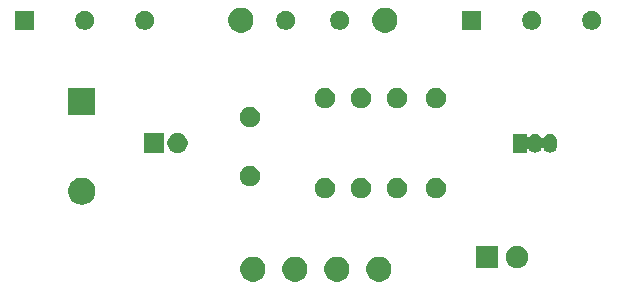
<source format=gbr>
G04 #@! TF.GenerationSoftware,KiCad,Pcbnew,(5.1.5-0-10_14)*
G04 #@! TF.CreationDate,2020-05-24T15:36:03-06:00*
G04 #@! TF.ProjectId,Testing,54657374-696e-4672-9e6b-696361645f70,rev?*
G04 #@! TF.SameCoordinates,Original*
G04 #@! TF.FileFunction,Soldermask,Bot*
G04 #@! TF.FilePolarity,Negative*
%FSLAX46Y46*%
G04 Gerber Fmt 4.6, Leading zero omitted, Abs format (unit mm)*
G04 Created by KiCad (PCBNEW (5.1.5-0-10_14)) date 2020-05-24 15:36:03*
%MOMM*%
%LPD*%
G04 APERTURE LIST*
%ADD10C,0.100000*%
G04 APERTURE END LIST*
D10*
G36*
X183440564Y-116845389D02*
G01*
X183631833Y-116924615D01*
X183631835Y-116924616D01*
X183803973Y-117039635D01*
X183950365Y-117186027D01*
X184020150Y-117290467D01*
X184065385Y-117358167D01*
X184144611Y-117549436D01*
X184185000Y-117752484D01*
X184185000Y-117959516D01*
X184144611Y-118162564D01*
X184065385Y-118353833D01*
X184065384Y-118353835D01*
X183950365Y-118525973D01*
X183803973Y-118672365D01*
X183631835Y-118787384D01*
X183631834Y-118787385D01*
X183631833Y-118787385D01*
X183440564Y-118866611D01*
X183237516Y-118907000D01*
X183030484Y-118907000D01*
X182827436Y-118866611D01*
X182636167Y-118787385D01*
X182636166Y-118787385D01*
X182636165Y-118787384D01*
X182464027Y-118672365D01*
X182317635Y-118525973D01*
X182202616Y-118353835D01*
X182202615Y-118353833D01*
X182123389Y-118162564D01*
X182083000Y-117959516D01*
X182083000Y-117752484D01*
X182123389Y-117549436D01*
X182202615Y-117358167D01*
X182247851Y-117290467D01*
X182317635Y-117186027D01*
X182464027Y-117039635D01*
X182636165Y-116924616D01*
X182636167Y-116924615D01*
X182827436Y-116845389D01*
X183030484Y-116805000D01*
X183237516Y-116805000D01*
X183440564Y-116845389D01*
G37*
G36*
X179884564Y-116845389D02*
G01*
X180075833Y-116924615D01*
X180075835Y-116924616D01*
X180247973Y-117039635D01*
X180394365Y-117186027D01*
X180464150Y-117290467D01*
X180509385Y-117358167D01*
X180588611Y-117549436D01*
X180629000Y-117752484D01*
X180629000Y-117959516D01*
X180588611Y-118162564D01*
X180509385Y-118353833D01*
X180509384Y-118353835D01*
X180394365Y-118525973D01*
X180247973Y-118672365D01*
X180075835Y-118787384D01*
X180075834Y-118787385D01*
X180075833Y-118787385D01*
X179884564Y-118866611D01*
X179681516Y-118907000D01*
X179474484Y-118907000D01*
X179271436Y-118866611D01*
X179080167Y-118787385D01*
X179080166Y-118787385D01*
X179080165Y-118787384D01*
X178908027Y-118672365D01*
X178761635Y-118525973D01*
X178646616Y-118353835D01*
X178646615Y-118353833D01*
X178567389Y-118162564D01*
X178527000Y-117959516D01*
X178527000Y-117752484D01*
X178567389Y-117549436D01*
X178646615Y-117358167D01*
X178691851Y-117290467D01*
X178761635Y-117186027D01*
X178908027Y-117039635D01*
X179080165Y-116924616D01*
X179080167Y-116924615D01*
X179271436Y-116845389D01*
X179474484Y-116805000D01*
X179681516Y-116805000D01*
X179884564Y-116845389D01*
G37*
G36*
X176328564Y-116845389D02*
G01*
X176519833Y-116924615D01*
X176519835Y-116924616D01*
X176691973Y-117039635D01*
X176838365Y-117186027D01*
X176908150Y-117290467D01*
X176953385Y-117358167D01*
X177032611Y-117549436D01*
X177073000Y-117752484D01*
X177073000Y-117959516D01*
X177032611Y-118162564D01*
X176953385Y-118353833D01*
X176953384Y-118353835D01*
X176838365Y-118525973D01*
X176691973Y-118672365D01*
X176519835Y-118787384D01*
X176519834Y-118787385D01*
X176519833Y-118787385D01*
X176328564Y-118866611D01*
X176125516Y-118907000D01*
X175918484Y-118907000D01*
X175715436Y-118866611D01*
X175524167Y-118787385D01*
X175524166Y-118787385D01*
X175524165Y-118787384D01*
X175352027Y-118672365D01*
X175205635Y-118525973D01*
X175090616Y-118353835D01*
X175090615Y-118353833D01*
X175011389Y-118162564D01*
X174971000Y-117959516D01*
X174971000Y-117752484D01*
X175011389Y-117549436D01*
X175090615Y-117358167D01*
X175135851Y-117290467D01*
X175205635Y-117186027D01*
X175352027Y-117039635D01*
X175524165Y-116924616D01*
X175524167Y-116924615D01*
X175715436Y-116845389D01*
X175918484Y-116805000D01*
X176125516Y-116805000D01*
X176328564Y-116845389D01*
G37*
G36*
X172772564Y-116845389D02*
G01*
X172963833Y-116924615D01*
X172963835Y-116924616D01*
X173135973Y-117039635D01*
X173282365Y-117186027D01*
X173352150Y-117290467D01*
X173397385Y-117358167D01*
X173476611Y-117549436D01*
X173517000Y-117752484D01*
X173517000Y-117959516D01*
X173476611Y-118162564D01*
X173397385Y-118353833D01*
X173397384Y-118353835D01*
X173282365Y-118525973D01*
X173135973Y-118672365D01*
X172963835Y-118787384D01*
X172963834Y-118787385D01*
X172963833Y-118787385D01*
X172772564Y-118866611D01*
X172569516Y-118907000D01*
X172362484Y-118907000D01*
X172159436Y-118866611D01*
X171968167Y-118787385D01*
X171968166Y-118787385D01*
X171968165Y-118787384D01*
X171796027Y-118672365D01*
X171649635Y-118525973D01*
X171534616Y-118353835D01*
X171534615Y-118353833D01*
X171455389Y-118162564D01*
X171415000Y-117959516D01*
X171415000Y-117752484D01*
X171455389Y-117549436D01*
X171534615Y-117358167D01*
X171579851Y-117290467D01*
X171649635Y-117186027D01*
X171796027Y-117039635D01*
X171968165Y-116924616D01*
X171968167Y-116924615D01*
X172159436Y-116845389D01*
X172362484Y-116805000D01*
X172569516Y-116805000D01*
X172772564Y-116845389D01*
G37*
G36*
X195095395Y-115925546D02*
G01*
X195268466Y-115997234D01*
X195268467Y-115997235D01*
X195424227Y-116101310D01*
X195556690Y-116233773D01*
X195556691Y-116233775D01*
X195660766Y-116389534D01*
X195732454Y-116562605D01*
X195769000Y-116746333D01*
X195769000Y-116933667D01*
X195732454Y-117117395D01*
X195660766Y-117290466D01*
X195660765Y-117290467D01*
X195556690Y-117446227D01*
X195424227Y-117578690D01*
X195345818Y-117631081D01*
X195268466Y-117682766D01*
X195095395Y-117754454D01*
X194911667Y-117791000D01*
X194724333Y-117791000D01*
X194540605Y-117754454D01*
X194367534Y-117682766D01*
X194290182Y-117631081D01*
X194211773Y-117578690D01*
X194079310Y-117446227D01*
X193975235Y-117290467D01*
X193975234Y-117290466D01*
X193903546Y-117117395D01*
X193867000Y-116933667D01*
X193867000Y-116746333D01*
X193903546Y-116562605D01*
X193975234Y-116389534D01*
X194079309Y-116233775D01*
X194079310Y-116233773D01*
X194211773Y-116101310D01*
X194367533Y-115997235D01*
X194367534Y-115997234D01*
X194540605Y-115925546D01*
X194724333Y-115889000D01*
X194911667Y-115889000D01*
X195095395Y-115925546D01*
G37*
G36*
X193229000Y-117791000D02*
G01*
X191327000Y-117791000D01*
X191327000Y-115889000D01*
X193229000Y-115889000D01*
X193229000Y-117791000D01*
G37*
G36*
X158212549Y-110123116D02*
G01*
X158323734Y-110145232D01*
X158406954Y-110179703D01*
X158528933Y-110230228D01*
X158533203Y-110231997D01*
X158721720Y-110357960D01*
X158882040Y-110518280D01*
X159008003Y-110706797D01*
X159094768Y-110916266D01*
X159139000Y-111138636D01*
X159139000Y-111365364D01*
X159094768Y-111587734D01*
X159008003Y-111797203D01*
X158882040Y-111985720D01*
X158721720Y-112146040D01*
X158533203Y-112272003D01*
X158323734Y-112358768D01*
X158212549Y-112380884D01*
X158101365Y-112403000D01*
X157874635Y-112403000D01*
X157763451Y-112380884D01*
X157652266Y-112358768D01*
X157442797Y-112272003D01*
X157254280Y-112146040D01*
X157093960Y-111985720D01*
X156967997Y-111797203D01*
X156881232Y-111587734D01*
X156837000Y-111365364D01*
X156837000Y-111138636D01*
X156881232Y-110916266D01*
X156967997Y-110706797D01*
X157093960Y-110518280D01*
X157254280Y-110357960D01*
X157442797Y-110231997D01*
X157447068Y-110230228D01*
X157569046Y-110179703D01*
X157652266Y-110145232D01*
X157763451Y-110123116D01*
X157874635Y-110101000D01*
X158101365Y-110101000D01*
X158212549Y-110123116D01*
G37*
G36*
X188208228Y-110179703D02*
G01*
X188363100Y-110243853D01*
X188502481Y-110336985D01*
X188621015Y-110455519D01*
X188714147Y-110594900D01*
X188778297Y-110749772D01*
X188811000Y-110914184D01*
X188811000Y-111081816D01*
X188778297Y-111246228D01*
X188714147Y-111401100D01*
X188621015Y-111540481D01*
X188502481Y-111659015D01*
X188363100Y-111752147D01*
X188208228Y-111816297D01*
X188043816Y-111849000D01*
X187876184Y-111849000D01*
X187711772Y-111816297D01*
X187556900Y-111752147D01*
X187417519Y-111659015D01*
X187298985Y-111540481D01*
X187205853Y-111401100D01*
X187141703Y-111246228D01*
X187109000Y-111081816D01*
X187109000Y-110914184D01*
X187141703Y-110749772D01*
X187205853Y-110594900D01*
X187298985Y-110455519D01*
X187417519Y-110336985D01*
X187556900Y-110243853D01*
X187711772Y-110179703D01*
X187876184Y-110147000D01*
X188043816Y-110147000D01*
X188208228Y-110179703D01*
G37*
G36*
X184906228Y-110179703D02*
G01*
X185061100Y-110243853D01*
X185200481Y-110336985D01*
X185319015Y-110455519D01*
X185412147Y-110594900D01*
X185476297Y-110749772D01*
X185509000Y-110914184D01*
X185509000Y-111081816D01*
X185476297Y-111246228D01*
X185412147Y-111401100D01*
X185319015Y-111540481D01*
X185200481Y-111659015D01*
X185061100Y-111752147D01*
X184906228Y-111816297D01*
X184741816Y-111849000D01*
X184574184Y-111849000D01*
X184409772Y-111816297D01*
X184254900Y-111752147D01*
X184115519Y-111659015D01*
X183996985Y-111540481D01*
X183903853Y-111401100D01*
X183839703Y-111246228D01*
X183807000Y-111081816D01*
X183807000Y-110914184D01*
X183839703Y-110749772D01*
X183903853Y-110594900D01*
X183996985Y-110455519D01*
X184115519Y-110336985D01*
X184254900Y-110243853D01*
X184409772Y-110179703D01*
X184574184Y-110147000D01*
X184741816Y-110147000D01*
X184906228Y-110179703D01*
G37*
G36*
X178810228Y-110179703D02*
G01*
X178965100Y-110243853D01*
X179104481Y-110336985D01*
X179223015Y-110455519D01*
X179316147Y-110594900D01*
X179380297Y-110749772D01*
X179413000Y-110914184D01*
X179413000Y-111081816D01*
X179380297Y-111246228D01*
X179316147Y-111401100D01*
X179223015Y-111540481D01*
X179104481Y-111659015D01*
X178965100Y-111752147D01*
X178810228Y-111816297D01*
X178645816Y-111849000D01*
X178478184Y-111849000D01*
X178313772Y-111816297D01*
X178158900Y-111752147D01*
X178019519Y-111659015D01*
X177900985Y-111540481D01*
X177807853Y-111401100D01*
X177743703Y-111246228D01*
X177711000Y-111081816D01*
X177711000Y-110914184D01*
X177743703Y-110749772D01*
X177807853Y-110594900D01*
X177900985Y-110455519D01*
X178019519Y-110336985D01*
X178158900Y-110243853D01*
X178313772Y-110179703D01*
X178478184Y-110147000D01*
X178645816Y-110147000D01*
X178810228Y-110179703D01*
G37*
G36*
X181858228Y-110179703D02*
G01*
X182013100Y-110243853D01*
X182152481Y-110336985D01*
X182271015Y-110455519D01*
X182364147Y-110594900D01*
X182428297Y-110749772D01*
X182461000Y-110914184D01*
X182461000Y-111081816D01*
X182428297Y-111246228D01*
X182364147Y-111401100D01*
X182271015Y-111540481D01*
X182152481Y-111659015D01*
X182013100Y-111752147D01*
X181858228Y-111816297D01*
X181693816Y-111849000D01*
X181526184Y-111849000D01*
X181361772Y-111816297D01*
X181206900Y-111752147D01*
X181067519Y-111659015D01*
X180948985Y-111540481D01*
X180855853Y-111401100D01*
X180791703Y-111246228D01*
X180759000Y-111081816D01*
X180759000Y-110914184D01*
X180791703Y-110749772D01*
X180855853Y-110594900D01*
X180948985Y-110455519D01*
X181067519Y-110336985D01*
X181206900Y-110243853D01*
X181361772Y-110179703D01*
X181526184Y-110147000D01*
X181693816Y-110147000D01*
X181858228Y-110179703D01*
G37*
G36*
X172460228Y-109163703D02*
G01*
X172615100Y-109227853D01*
X172754481Y-109320985D01*
X172873015Y-109439519D01*
X172966147Y-109578900D01*
X173030297Y-109733772D01*
X173063000Y-109898184D01*
X173063000Y-110065816D01*
X173030297Y-110230228D01*
X172966147Y-110385100D01*
X172873015Y-110524481D01*
X172754481Y-110643015D01*
X172615100Y-110736147D01*
X172460228Y-110800297D01*
X172295816Y-110833000D01*
X172128184Y-110833000D01*
X171963772Y-110800297D01*
X171808900Y-110736147D01*
X171669519Y-110643015D01*
X171550985Y-110524481D01*
X171457853Y-110385100D01*
X171393703Y-110230228D01*
X171361000Y-110065816D01*
X171361000Y-109898184D01*
X171393703Y-109733772D01*
X171457853Y-109578900D01*
X171550985Y-109439519D01*
X171669519Y-109320985D01*
X171808900Y-109227853D01*
X171963772Y-109163703D01*
X172128184Y-109131000D01*
X172295816Y-109131000D01*
X172460228Y-109163703D01*
G37*
G36*
X164935000Y-108039000D02*
G01*
X163233000Y-108039000D01*
X163233000Y-106337000D01*
X164935000Y-106337000D01*
X164935000Y-108039000D01*
G37*
G36*
X166332228Y-106369703D02*
G01*
X166487100Y-106433853D01*
X166626481Y-106526985D01*
X166745015Y-106645519D01*
X166838147Y-106784900D01*
X166902297Y-106939772D01*
X166935000Y-107104184D01*
X166935000Y-107271816D01*
X166902297Y-107436228D01*
X166838147Y-107591100D01*
X166745015Y-107730481D01*
X166626481Y-107849015D01*
X166487100Y-107942147D01*
X166332228Y-108006297D01*
X166167816Y-108039000D01*
X166000184Y-108039000D01*
X165835772Y-108006297D01*
X165680900Y-107942147D01*
X165541519Y-107849015D01*
X165422985Y-107730481D01*
X165329853Y-107591100D01*
X165265703Y-107436228D01*
X165233000Y-107271816D01*
X165233000Y-107104184D01*
X165265703Y-106939772D01*
X165329853Y-106784900D01*
X165422985Y-106645519D01*
X165541519Y-106526985D01*
X165680900Y-106433853D01*
X165835772Y-106369703D01*
X166000184Y-106337000D01*
X166167816Y-106337000D01*
X166332228Y-106369703D01*
G37*
G36*
X197724915Y-106395334D02*
G01*
X197833491Y-106428271D01*
X197833494Y-106428272D01*
X197869600Y-106447571D01*
X197933556Y-106481756D01*
X198021264Y-106553736D01*
X198093244Y-106641443D01*
X198127429Y-106705399D01*
X198146728Y-106741505D01*
X198146729Y-106741508D01*
X198179666Y-106850084D01*
X198188000Y-106934702D01*
X198188000Y-107441297D01*
X198179666Y-107525916D01*
X198147252Y-107632767D01*
X198146728Y-107634495D01*
X198136761Y-107653141D01*
X198093244Y-107734557D01*
X198021264Y-107822264D01*
X197933557Y-107894244D01*
X197869601Y-107928429D01*
X197833495Y-107947728D01*
X197833492Y-107947729D01*
X197724916Y-107980666D01*
X197612000Y-107991787D01*
X197499085Y-107980666D01*
X197390509Y-107947729D01*
X197390506Y-107947728D01*
X197354400Y-107928429D01*
X197290444Y-107894244D01*
X197202737Y-107822264D01*
X197130757Y-107734557D01*
X197087239Y-107653141D01*
X197073625Y-107632766D01*
X197056298Y-107615439D01*
X197035924Y-107601826D01*
X197013285Y-107592448D01*
X196989252Y-107587668D01*
X196964748Y-107587668D01*
X196940715Y-107592448D01*
X196918076Y-107601826D01*
X196897701Y-107615440D01*
X196880374Y-107632767D01*
X196866761Y-107653141D01*
X196823244Y-107734557D01*
X196751264Y-107822264D01*
X196663557Y-107894244D01*
X196599601Y-107928429D01*
X196563495Y-107947728D01*
X196563492Y-107947729D01*
X196454916Y-107980666D01*
X196342000Y-107991787D01*
X196229085Y-107980666D01*
X196120509Y-107947729D01*
X196120506Y-107947728D01*
X196084400Y-107928429D01*
X196020444Y-107894244D01*
X195932737Y-107822264D01*
X195869622Y-107745359D01*
X195852297Y-107728034D01*
X195831923Y-107714420D01*
X195809284Y-107705043D01*
X195785250Y-107700263D01*
X195760746Y-107700263D01*
X195736713Y-107705044D01*
X195714074Y-107714421D01*
X195693700Y-107728035D01*
X195676373Y-107745362D01*
X195662759Y-107765736D01*
X195653382Y-107788375D01*
X195648000Y-107824660D01*
X195648000Y-107989000D01*
X194496000Y-107989000D01*
X194496000Y-106387000D01*
X195648000Y-106387000D01*
X195648000Y-106551341D01*
X195650402Y-106575727D01*
X195657515Y-106599176D01*
X195669066Y-106620787D01*
X195684611Y-106639729D01*
X195703553Y-106655274D01*
X195725164Y-106666825D01*
X195748613Y-106673938D01*
X195772999Y-106676340D01*
X195797385Y-106673938D01*
X195820834Y-106666825D01*
X195842445Y-106655274D01*
X195861387Y-106639729D01*
X195869608Y-106630657D01*
X195932736Y-106553736D01*
X196020443Y-106481756D01*
X196084399Y-106447571D01*
X196120505Y-106428272D01*
X196120508Y-106428271D01*
X196229084Y-106395334D01*
X196342000Y-106384213D01*
X196454915Y-106395334D01*
X196563491Y-106428271D01*
X196563494Y-106428272D01*
X196599600Y-106447571D01*
X196663556Y-106481756D01*
X196751264Y-106553736D01*
X196823244Y-106641443D01*
X196866761Y-106722859D01*
X196880375Y-106743234D01*
X196897702Y-106760561D01*
X196918076Y-106774174D01*
X196940715Y-106783552D01*
X196964748Y-106788332D01*
X196989252Y-106788332D01*
X197013285Y-106783552D01*
X197035924Y-106774174D01*
X197056299Y-106760560D01*
X197073626Y-106743233D01*
X197087239Y-106722860D01*
X197130756Y-106641444D01*
X197202736Y-106553736D01*
X197290443Y-106481756D01*
X197354399Y-106447571D01*
X197390505Y-106428272D01*
X197390508Y-106428271D01*
X197499084Y-106395334D01*
X197612000Y-106384213D01*
X197724915Y-106395334D01*
G37*
G36*
X172460228Y-104163703D02*
G01*
X172615100Y-104227853D01*
X172754481Y-104320985D01*
X172873015Y-104439519D01*
X172966147Y-104578900D01*
X173030297Y-104733772D01*
X173063000Y-104898184D01*
X173063000Y-105065816D01*
X173030297Y-105230228D01*
X172966147Y-105385100D01*
X172873015Y-105524481D01*
X172754481Y-105643015D01*
X172615100Y-105736147D01*
X172460228Y-105800297D01*
X172295816Y-105833000D01*
X172128184Y-105833000D01*
X171963772Y-105800297D01*
X171808900Y-105736147D01*
X171669519Y-105643015D01*
X171550985Y-105524481D01*
X171457853Y-105385100D01*
X171393703Y-105230228D01*
X171361000Y-105065816D01*
X171361000Y-104898184D01*
X171393703Y-104733772D01*
X171457853Y-104578900D01*
X171550985Y-104439519D01*
X171669519Y-104320985D01*
X171808900Y-104227853D01*
X171963772Y-104163703D01*
X172128184Y-104131000D01*
X172295816Y-104131000D01*
X172460228Y-104163703D01*
G37*
G36*
X159139000Y-104783000D02*
G01*
X156837000Y-104783000D01*
X156837000Y-102481000D01*
X159139000Y-102481000D01*
X159139000Y-104783000D01*
G37*
G36*
X184906228Y-102559703D02*
G01*
X185061100Y-102623853D01*
X185200481Y-102716985D01*
X185319015Y-102835519D01*
X185412147Y-102974900D01*
X185476297Y-103129772D01*
X185509000Y-103294184D01*
X185509000Y-103461816D01*
X185476297Y-103626228D01*
X185412147Y-103781100D01*
X185319015Y-103920481D01*
X185200481Y-104039015D01*
X185061100Y-104132147D01*
X184906228Y-104196297D01*
X184741816Y-104229000D01*
X184574184Y-104229000D01*
X184409772Y-104196297D01*
X184254900Y-104132147D01*
X184115519Y-104039015D01*
X183996985Y-103920481D01*
X183903853Y-103781100D01*
X183839703Y-103626228D01*
X183807000Y-103461816D01*
X183807000Y-103294184D01*
X183839703Y-103129772D01*
X183903853Y-102974900D01*
X183996985Y-102835519D01*
X184115519Y-102716985D01*
X184254900Y-102623853D01*
X184409772Y-102559703D01*
X184574184Y-102527000D01*
X184741816Y-102527000D01*
X184906228Y-102559703D01*
G37*
G36*
X188208228Y-102559703D02*
G01*
X188363100Y-102623853D01*
X188502481Y-102716985D01*
X188621015Y-102835519D01*
X188714147Y-102974900D01*
X188778297Y-103129772D01*
X188811000Y-103294184D01*
X188811000Y-103461816D01*
X188778297Y-103626228D01*
X188714147Y-103781100D01*
X188621015Y-103920481D01*
X188502481Y-104039015D01*
X188363100Y-104132147D01*
X188208228Y-104196297D01*
X188043816Y-104229000D01*
X187876184Y-104229000D01*
X187711772Y-104196297D01*
X187556900Y-104132147D01*
X187417519Y-104039015D01*
X187298985Y-103920481D01*
X187205853Y-103781100D01*
X187141703Y-103626228D01*
X187109000Y-103461816D01*
X187109000Y-103294184D01*
X187141703Y-103129772D01*
X187205853Y-102974900D01*
X187298985Y-102835519D01*
X187417519Y-102716985D01*
X187556900Y-102623853D01*
X187711772Y-102559703D01*
X187876184Y-102527000D01*
X188043816Y-102527000D01*
X188208228Y-102559703D01*
G37*
G36*
X181858228Y-102559703D02*
G01*
X182013100Y-102623853D01*
X182152481Y-102716985D01*
X182271015Y-102835519D01*
X182364147Y-102974900D01*
X182428297Y-103129772D01*
X182461000Y-103294184D01*
X182461000Y-103461816D01*
X182428297Y-103626228D01*
X182364147Y-103781100D01*
X182271015Y-103920481D01*
X182152481Y-104039015D01*
X182013100Y-104132147D01*
X181858228Y-104196297D01*
X181693816Y-104229000D01*
X181526184Y-104229000D01*
X181361772Y-104196297D01*
X181206900Y-104132147D01*
X181067519Y-104039015D01*
X180948985Y-103920481D01*
X180855853Y-103781100D01*
X180791703Y-103626228D01*
X180759000Y-103461816D01*
X180759000Y-103294184D01*
X180791703Y-103129772D01*
X180855853Y-102974900D01*
X180948985Y-102835519D01*
X181067519Y-102716985D01*
X181206900Y-102623853D01*
X181361772Y-102559703D01*
X181526184Y-102527000D01*
X181693816Y-102527000D01*
X181858228Y-102559703D01*
G37*
G36*
X178810228Y-102559703D02*
G01*
X178965100Y-102623853D01*
X179104481Y-102716985D01*
X179223015Y-102835519D01*
X179316147Y-102974900D01*
X179380297Y-103129772D01*
X179413000Y-103294184D01*
X179413000Y-103461816D01*
X179380297Y-103626228D01*
X179316147Y-103781100D01*
X179223015Y-103920481D01*
X179104481Y-104039015D01*
X178965100Y-104132147D01*
X178810228Y-104196297D01*
X178645816Y-104229000D01*
X178478184Y-104229000D01*
X178313772Y-104196297D01*
X178158900Y-104132147D01*
X178019519Y-104039015D01*
X177900985Y-103920481D01*
X177807853Y-103781100D01*
X177743703Y-103626228D01*
X177711000Y-103461816D01*
X177711000Y-103294184D01*
X177743703Y-103129772D01*
X177807853Y-102974900D01*
X177900985Y-102835519D01*
X178019519Y-102716985D01*
X178158900Y-102623853D01*
X178313772Y-102559703D01*
X178478184Y-102527000D01*
X178645816Y-102527000D01*
X178810228Y-102559703D01*
G37*
G36*
X183948564Y-95763389D02*
G01*
X184139833Y-95842615D01*
X184139835Y-95842616D01*
X184311973Y-95957635D01*
X184458365Y-96104027D01*
X184559740Y-96255745D01*
X184573385Y-96276167D01*
X184652611Y-96467436D01*
X184693000Y-96670484D01*
X184693000Y-96877516D01*
X184652611Y-97080564D01*
X184620080Y-97159100D01*
X184573384Y-97271835D01*
X184458365Y-97443973D01*
X184311973Y-97590365D01*
X184139835Y-97705384D01*
X184139834Y-97705385D01*
X184139833Y-97705385D01*
X183948564Y-97784611D01*
X183745516Y-97825000D01*
X183538484Y-97825000D01*
X183335436Y-97784611D01*
X183144167Y-97705385D01*
X183144166Y-97705385D01*
X183144165Y-97705384D01*
X182972027Y-97590365D01*
X182825635Y-97443973D01*
X182710616Y-97271835D01*
X182663920Y-97159100D01*
X182631389Y-97080564D01*
X182591000Y-96877516D01*
X182591000Y-96670484D01*
X182631389Y-96467436D01*
X182710615Y-96276167D01*
X182724261Y-96255745D01*
X182825635Y-96104027D01*
X182972027Y-95957635D01*
X183144165Y-95842616D01*
X183144167Y-95842615D01*
X183335436Y-95763389D01*
X183538484Y-95723000D01*
X183745516Y-95723000D01*
X183948564Y-95763389D01*
G37*
G36*
X171756564Y-95763389D02*
G01*
X171947833Y-95842615D01*
X171947835Y-95842616D01*
X172119973Y-95957635D01*
X172266365Y-96104027D01*
X172367740Y-96255745D01*
X172381385Y-96276167D01*
X172460611Y-96467436D01*
X172501000Y-96670484D01*
X172501000Y-96877516D01*
X172460611Y-97080564D01*
X172428080Y-97159100D01*
X172381384Y-97271835D01*
X172266365Y-97443973D01*
X172119973Y-97590365D01*
X171947835Y-97705384D01*
X171947834Y-97705385D01*
X171947833Y-97705385D01*
X171756564Y-97784611D01*
X171553516Y-97825000D01*
X171346484Y-97825000D01*
X171143436Y-97784611D01*
X170952167Y-97705385D01*
X170952166Y-97705385D01*
X170952165Y-97705384D01*
X170780027Y-97590365D01*
X170633635Y-97443973D01*
X170518616Y-97271835D01*
X170471920Y-97159100D01*
X170439389Y-97080564D01*
X170399000Y-96877516D01*
X170399000Y-96670484D01*
X170439389Y-96467436D01*
X170518615Y-96276167D01*
X170532261Y-96255745D01*
X170633635Y-96104027D01*
X170780027Y-95957635D01*
X170952165Y-95842616D01*
X170952167Y-95842615D01*
X171143436Y-95763389D01*
X171346484Y-95723000D01*
X171553516Y-95723000D01*
X171756564Y-95763389D01*
G37*
G36*
X158479142Y-95992242D02*
G01*
X158627101Y-96053529D01*
X158760255Y-96142499D01*
X158873501Y-96255745D01*
X158962471Y-96388899D01*
X159023758Y-96536858D01*
X159055000Y-96693925D01*
X159055000Y-96854075D01*
X159023758Y-97011142D01*
X158962471Y-97159101D01*
X158873501Y-97292255D01*
X158760255Y-97405501D01*
X158627101Y-97494471D01*
X158479142Y-97555758D01*
X158322075Y-97587000D01*
X158161925Y-97587000D01*
X158004858Y-97555758D01*
X157856899Y-97494471D01*
X157723745Y-97405501D01*
X157610499Y-97292255D01*
X157521529Y-97159101D01*
X157460242Y-97011142D01*
X157429000Y-96854075D01*
X157429000Y-96693925D01*
X157460242Y-96536858D01*
X157521529Y-96388899D01*
X157610499Y-96255745D01*
X157723745Y-96142499D01*
X157856899Y-96053529D01*
X158004858Y-95992242D01*
X158161925Y-95961000D01*
X158322075Y-95961000D01*
X158479142Y-95992242D01*
G37*
G36*
X153975000Y-97587000D02*
G01*
X152349000Y-97587000D01*
X152349000Y-95961000D01*
X153975000Y-95961000D01*
X153975000Y-97587000D01*
G37*
G36*
X180069142Y-95992242D02*
G01*
X180217101Y-96053529D01*
X180350255Y-96142499D01*
X180463501Y-96255745D01*
X180552471Y-96388899D01*
X180613758Y-96536858D01*
X180645000Y-96693925D01*
X180645000Y-96854075D01*
X180613758Y-97011142D01*
X180552471Y-97159101D01*
X180463501Y-97292255D01*
X180350255Y-97405501D01*
X180217101Y-97494471D01*
X180069142Y-97555758D01*
X179912075Y-97587000D01*
X179751925Y-97587000D01*
X179594858Y-97555758D01*
X179446899Y-97494471D01*
X179313745Y-97405501D01*
X179200499Y-97292255D01*
X179111529Y-97159101D01*
X179050242Y-97011142D01*
X179019000Y-96854075D01*
X179019000Y-96693925D01*
X179050242Y-96536858D01*
X179111529Y-96388899D01*
X179200499Y-96255745D01*
X179313745Y-96142499D01*
X179446899Y-96053529D01*
X179594858Y-95992242D01*
X179751925Y-95961000D01*
X179912075Y-95961000D01*
X180069142Y-95992242D01*
G37*
G36*
X175497142Y-95992242D02*
G01*
X175645101Y-96053529D01*
X175778255Y-96142499D01*
X175891501Y-96255745D01*
X175980471Y-96388899D01*
X176041758Y-96536858D01*
X176073000Y-96693925D01*
X176073000Y-96854075D01*
X176041758Y-97011142D01*
X175980471Y-97159101D01*
X175891501Y-97292255D01*
X175778255Y-97405501D01*
X175645101Y-97494471D01*
X175497142Y-97555758D01*
X175340075Y-97587000D01*
X175179925Y-97587000D01*
X175022858Y-97555758D01*
X174874899Y-97494471D01*
X174741745Y-97405501D01*
X174628499Y-97292255D01*
X174539529Y-97159101D01*
X174478242Y-97011142D01*
X174447000Y-96854075D01*
X174447000Y-96693925D01*
X174478242Y-96536858D01*
X174539529Y-96388899D01*
X174628499Y-96255745D01*
X174741745Y-96142499D01*
X174874899Y-96053529D01*
X175022858Y-95992242D01*
X175179925Y-95961000D01*
X175340075Y-95961000D01*
X175497142Y-95992242D01*
G37*
G36*
X191821000Y-97587000D02*
G01*
X190195000Y-97587000D01*
X190195000Y-95961000D01*
X191821000Y-95961000D01*
X191821000Y-97587000D01*
G37*
G36*
X196325142Y-95992242D02*
G01*
X196473101Y-96053529D01*
X196606255Y-96142499D01*
X196719501Y-96255745D01*
X196808471Y-96388899D01*
X196869758Y-96536858D01*
X196901000Y-96693925D01*
X196901000Y-96854075D01*
X196869758Y-97011142D01*
X196808471Y-97159101D01*
X196719501Y-97292255D01*
X196606255Y-97405501D01*
X196473101Y-97494471D01*
X196325142Y-97555758D01*
X196168075Y-97587000D01*
X196007925Y-97587000D01*
X195850858Y-97555758D01*
X195702899Y-97494471D01*
X195569745Y-97405501D01*
X195456499Y-97292255D01*
X195367529Y-97159101D01*
X195306242Y-97011142D01*
X195275000Y-96854075D01*
X195275000Y-96693925D01*
X195306242Y-96536858D01*
X195367529Y-96388899D01*
X195456499Y-96255745D01*
X195569745Y-96142499D01*
X195702899Y-96053529D01*
X195850858Y-95992242D01*
X196007925Y-95961000D01*
X196168075Y-95961000D01*
X196325142Y-95992242D01*
G37*
G36*
X201405142Y-95992242D02*
G01*
X201553101Y-96053529D01*
X201686255Y-96142499D01*
X201799501Y-96255745D01*
X201888471Y-96388899D01*
X201949758Y-96536858D01*
X201981000Y-96693925D01*
X201981000Y-96854075D01*
X201949758Y-97011142D01*
X201888471Y-97159101D01*
X201799501Y-97292255D01*
X201686255Y-97405501D01*
X201553101Y-97494471D01*
X201405142Y-97555758D01*
X201248075Y-97587000D01*
X201087925Y-97587000D01*
X200930858Y-97555758D01*
X200782899Y-97494471D01*
X200649745Y-97405501D01*
X200536499Y-97292255D01*
X200447529Y-97159101D01*
X200386242Y-97011142D01*
X200355000Y-96854075D01*
X200355000Y-96693925D01*
X200386242Y-96536858D01*
X200447529Y-96388899D01*
X200536499Y-96255745D01*
X200649745Y-96142499D01*
X200782899Y-96053529D01*
X200930858Y-95992242D01*
X201087925Y-95961000D01*
X201248075Y-95961000D01*
X201405142Y-95992242D01*
G37*
G36*
X163559142Y-95992242D02*
G01*
X163707101Y-96053529D01*
X163840255Y-96142499D01*
X163953501Y-96255745D01*
X164042471Y-96388899D01*
X164103758Y-96536858D01*
X164135000Y-96693925D01*
X164135000Y-96854075D01*
X164103758Y-97011142D01*
X164042471Y-97159101D01*
X163953501Y-97292255D01*
X163840255Y-97405501D01*
X163707101Y-97494471D01*
X163559142Y-97555758D01*
X163402075Y-97587000D01*
X163241925Y-97587000D01*
X163084858Y-97555758D01*
X162936899Y-97494471D01*
X162803745Y-97405501D01*
X162690499Y-97292255D01*
X162601529Y-97159101D01*
X162540242Y-97011142D01*
X162509000Y-96854075D01*
X162509000Y-96693925D01*
X162540242Y-96536858D01*
X162601529Y-96388899D01*
X162690499Y-96255745D01*
X162803745Y-96142499D01*
X162936899Y-96053529D01*
X163084858Y-95992242D01*
X163241925Y-95961000D01*
X163402075Y-95961000D01*
X163559142Y-95992242D01*
G37*
M02*

</source>
